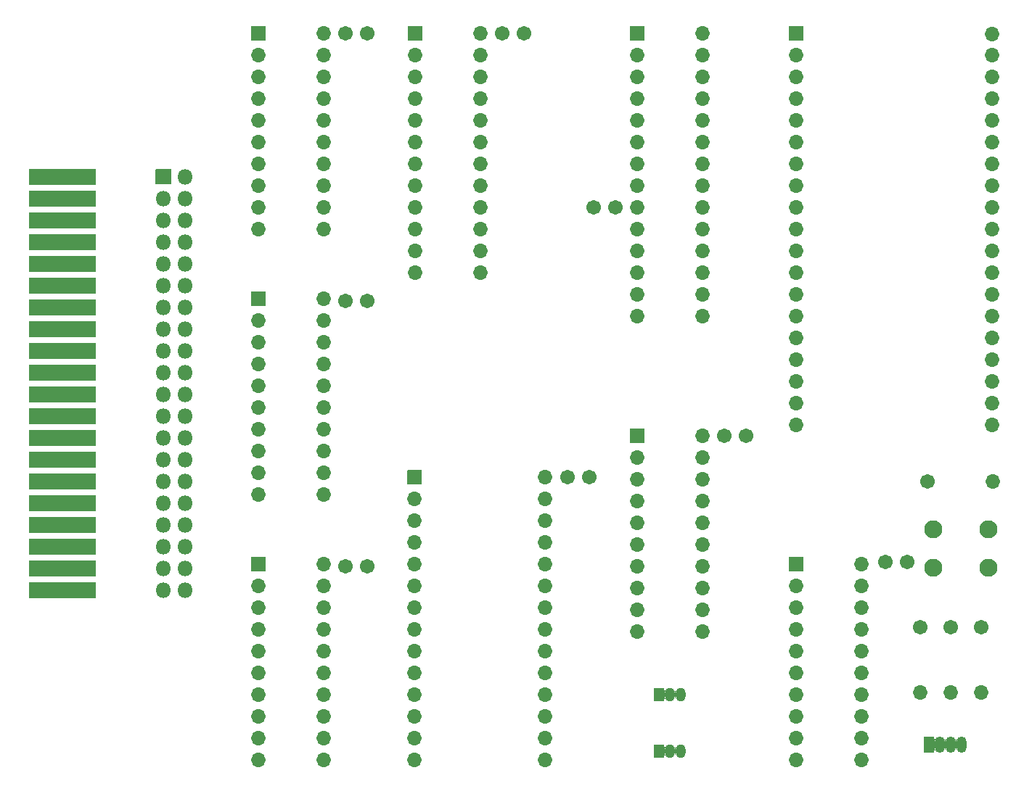
<source format=gbr>
%TF.GenerationSoftware,KiCad,Pcbnew,(5.1.10)-1*%
%TF.CreationDate,2021-06-27T11:46:24-07:00*%
%TF.ProjectId,TRS-IO-M1,5452532d-494f-42d4-9d31-2e6b69636164,rev?*%
%TF.SameCoordinates,Original*%
%TF.FileFunction,Soldermask,Bot*%
%TF.FilePolarity,Negative*%
%FSLAX46Y46*%
G04 Gerber Fmt 4.6, Leading zero omitted, Abs format (unit mm)*
G04 Created by KiCad (PCBNEW (5.1.10)-1) date 2021-06-27 11:46:24*
%MOMM*%
%LPD*%
G01*
G04 APERTURE LIST*
%ADD10O,1.702000X1.702000*%
%ADD11C,2.102000*%
%ADD12C,1.702000*%
%ADD13O,1.152000X1.602000*%
%ADD14O,1.802000X1.802000*%
%ADD15O,1.172000X1.902000*%
%ADD16C,0.100000*%
G04 APERTURE END LIST*
D10*
%TO.C,U9*%
X181737000Y-99009200D03*
X174117000Y-121869200D03*
X181737000Y-101549200D03*
X174117000Y-119329200D03*
X181737000Y-104089200D03*
X174117000Y-116789200D03*
X181737000Y-106629200D03*
X174117000Y-114249200D03*
X181737000Y-109169200D03*
X174117000Y-111709200D03*
X181737000Y-111709200D03*
X174117000Y-109169200D03*
X181737000Y-114249200D03*
X174117000Y-106629200D03*
X181737000Y-116789200D03*
X174117000Y-104089200D03*
X181737000Y-119329200D03*
X174117000Y-101549200D03*
X181737000Y-121869200D03*
G36*
G01*
X173266000Y-99809200D02*
X173266000Y-98209200D01*
G75*
G02*
X173317000Y-98158200I51000J0D01*
G01*
X174917000Y-98158200D01*
G75*
G02*
X174968000Y-98209200I0J-51000D01*
G01*
X174968000Y-99809200D01*
G75*
G02*
X174917000Y-99860200I-51000J0D01*
G01*
X173317000Y-99860200D01*
G75*
G02*
X173266000Y-99809200I0J51000D01*
G01*
G37*
%TD*%
%TO.C,U8*%
X155829000Y-52019200D03*
X148209000Y-79959200D03*
X155829000Y-54559200D03*
X148209000Y-77419200D03*
X155829000Y-57099200D03*
X148209000Y-74879200D03*
X155829000Y-59639200D03*
X148209000Y-72339200D03*
X155829000Y-62179200D03*
X148209000Y-69799200D03*
X155829000Y-64719200D03*
X148209000Y-67259200D03*
X155829000Y-67259200D03*
X148209000Y-64719200D03*
X155829000Y-69799200D03*
X148209000Y-62179200D03*
X155829000Y-72339200D03*
X148209000Y-59639200D03*
X155829000Y-74879200D03*
X148209000Y-57099200D03*
X155829000Y-77419200D03*
X148209000Y-54559200D03*
X155829000Y-79959200D03*
G36*
G01*
X147358000Y-52819200D02*
X147358000Y-51219200D01*
G75*
G02*
X147409000Y-51168200I51000J0D01*
G01*
X149009000Y-51168200D01*
G75*
G02*
X149060000Y-51219200I0J-51000D01*
G01*
X149060000Y-52819200D01*
G75*
G02*
X149009000Y-52870200I-51000J0D01*
G01*
X147409000Y-52870200D01*
G75*
G02*
X147358000Y-52819200I0J51000D01*
G01*
G37*
%TD*%
%TO.C,U7*%
X200279000Y-113995200D03*
X192659000Y-136855200D03*
X200279000Y-116535200D03*
X192659000Y-134315200D03*
X200279000Y-119075200D03*
X192659000Y-131775200D03*
X200279000Y-121615200D03*
X192659000Y-129235200D03*
X200279000Y-124155200D03*
X192659000Y-126695200D03*
X200279000Y-126695200D03*
X192659000Y-124155200D03*
X200279000Y-129235200D03*
X192659000Y-121615200D03*
X200279000Y-131775200D03*
X192659000Y-119075200D03*
X200279000Y-134315200D03*
X192659000Y-116535200D03*
X200279000Y-136855200D03*
G36*
G01*
X191808000Y-114795200D02*
X191808000Y-113195200D01*
G75*
G02*
X191859000Y-113144200I51000J0D01*
G01*
X193459000Y-113144200D01*
G75*
G02*
X193510000Y-113195200I0J-51000D01*
G01*
X193510000Y-114795200D01*
G75*
G02*
X193459000Y-114846200I-51000J0D01*
G01*
X191859000Y-114846200D01*
G75*
G02*
X191808000Y-114795200I0J51000D01*
G01*
G37*
%TD*%
%TO.C,U6*%
X137541000Y-113995200D03*
X129921000Y-136855200D03*
X137541000Y-116535200D03*
X129921000Y-134315200D03*
X137541000Y-119075200D03*
X129921000Y-131775200D03*
X137541000Y-121615200D03*
X129921000Y-129235200D03*
X137541000Y-124155200D03*
X129921000Y-126695200D03*
X137541000Y-126695200D03*
X129921000Y-124155200D03*
X137541000Y-129235200D03*
X129921000Y-121615200D03*
X137541000Y-131775200D03*
X129921000Y-119075200D03*
X137541000Y-134315200D03*
X129921000Y-116535200D03*
X137541000Y-136855200D03*
G36*
G01*
X129070000Y-114795200D02*
X129070000Y-113195200D01*
G75*
G02*
X129121000Y-113144200I51000J0D01*
G01*
X130721000Y-113144200D01*
G75*
G02*
X130772000Y-113195200I0J-51000D01*
G01*
X130772000Y-114795200D01*
G75*
G02*
X130721000Y-114846200I-51000J0D01*
G01*
X129121000Y-114846200D01*
G75*
G02*
X129070000Y-114795200I0J51000D01*
G01*
G37*
%TD*%
%TO.C,U5*%
X137541000Y-52019200D03*
X129921000Y-74879200D03*
X137541000Y-54559200D03*
X129921000Y-72339200D03*
X137541000Y-57099200D03*
X129921000Y-69799200D03*
X137541000Y-59639200D03*
X129921000Y-67259200D03*
X137541000Y-62179200D03*
X129921000Y-64719200D03*
X137541000Y-64719200D03*
X129921000Y-62179200D03*
X137541000Y-67259200D03*
X129921000Y-59639200D03*
X137541000Y-69799200D03*
X129921000Y-57099200D03*
X137541000Y-72339200D03*
X129921000Y-54559200D03*
X137541000Y-74879200D03*
G36*
G01*
X129070000Y-52819200D02*
X129070000Y-51219200D01*
G75*
G02*
X129121000Y-51168200I51000J0D01*
G01*
X130721000Y-51168200D01*
G75*
G02*
X130772000Y-51219200I0J-51000D01*
G01*
X130772000Y-52819200D01*
G75*
G02*
X130721000Y-52870200I-51000J0D01*
G01*
X129121000Y-52870200D01*
G75*
G02*
X129070000Y-52819200I0J51000D01*
G01*
G37*
%TD*%
%TO.C,U4*%
X137541000Y-83007200D03*
X129921000Y-105867200D03*
X137541000Y-85547200D03*
X129921000Y-103327200D03*
X137541000Y-88087200D03*
X129921000Y-100787200D03*
X137541000Y-90627200D03*
X129921000Y-98247200D03*
X137541000Y-93167200D03*
X129921000Y-95707200D03*
X137541000Y-95707200D03*
X129921000Y-93167200D03*
X137541000Y-98247200D03*
X129921000Y-90627200D03*
X137541000Y-100787200D03*
X129921000Y-88087200D03*
X137541000Y-103327200D03*
X129921000Y-85547200D03*
X137541000Y-105867200D03*
G36*
G01*
X129070000Y-83807200D02*
X129070000Y-82207200D01*
G75*
G02*
X129121000Y-82156200I51000J0D01*
G01*
X130721000Y-82156200D01*
G75*
G02*
X130772000Y-82207200I0J-51000D01*
G01*
X130772000Y-83807200D01*
G75*
G02*
X130721000Y-83858200I-51000J0D01*
G01*
X129121000Y-83858200D01*
G75*
G02*
X129070000Y-83807200I0J51000D01*
G01*
G37*
%TD*%
%TO.C,U3*%
X181737000Y-52019200D03*
X174117000Y-85039200D03*
X181737000Y-54559200D03*
X174117000Y-82499200D03*
X181737000Y-57099200D03*
X174117000Y-79959200D03*
X181737000Y-59639200D03*
X174117000Y-77419200D03*
X181737000Y-62179200D03*
X174117000Y-74879200D03*
X181737000Y-64719200D03*
X174117000Y-72339200D03*
X181737000Y-67259200D03*
X174117000Y-69799200D03*
X181737000Y-69799200D03*
X174117000Y-67259200D03*
X181737000Y-72339200D03*
X174117000Y-64719200D03*
X181737000Y-74879200D03*
X174117000Y-62179200D03*
X181737000Y-77419200D03*
X174117000Y-59639200D03*
X181737000Y-79959200D03*
X174117000Y-57099200D03*
X181737000Y-82499200D03*
X174117000Y-54559200D03*
X181737000Y-85039200D03*
G36*
G01*
X173266000Y-52819200D02*
X173266000Y-51219200D01*
G75*
G02*
X173317000Y-51168200I51000J0D01*
G01*
X174917000Y-51168200D01*
G75*
G02*
X174968000Y-51219200I0J-51000D01*
G01*
X174968000Y-52819200D01*
G75*
G02*
X174917000Y-52870200I-51000J0D01*
G01*
X173317000Y-52870200D01*
G75*
G02*
X173266000Y-52819200I0J51000D01*
G01*
G37*
%TD*%
%TO.C,U2*%
X163399000Y-103845200D03*
X148159000Y-136865200D03*
X163399000Y-106385200D03*
X148159000Y-134325200D03*
X163399000Y-108925200D03*
X148159000Y-131785200D03*
X163399000Y-111465200D03*
X148159000Y-129245200D03*
X163399000Y-114005200D03*
X148159000Y-126705200D03*
X163399000Y-116545200D03*
X148159000Y-124165200D03*
X163399000Y-119085200D03*
X148159000Y-121625200D03*
X163399000Y-121625200D03*
X148159000Y-119085200D03*
X163399000Y-124165200D03*
X148159000Y-116545200D03*
X163399000Y-126705200D03*
X148159000Y-114005200D03*
X163399000Y-129245200D03*
X148159000Y-111465200D03*
X163399000Y-131785200D03*
X148159000Y-108925200D03*
X163399000Y-134325200D03*
X148159000Y-106385200D03*
X163399000Y-136865200D03*
G36*
G01*
X147308000Y-104645200D02*
X147308000Y-103045200D01*
G75*
G02*
X147359000Y-102994200I51000J0D01*
G01*
X148959000Y-102994200D01*
G75*
G02*
X149010000Y-103045200I0J-51000D01*
G01*
X149010000Y-104645200D01*
G75*
G02*
X148959000Y-104696200I-51000J0D01*
G01*
X147359000Y-104696200D01*
G75*
G02*
X147308000Y-104645200I0J51000D01*
G01*
G37*
%TD*%
%TO.C,U1*%
X215519000Y-52082700D03*
X215519000Y-54559200D03*
X192659000Y-97739200D03*
X215519000Y-57099200D03*
X192659000Y-95199200D03*
X215519000Y-59639200D03*
X192659000Y-92659200D03*
X215519000Y-62179200D03*
X192659000Y-90119200D03*
X215519000Y-64719200D03*
X192659000Y-87579200D03*
X215519000Y-67259200D03*
X192659000Y-85039200D03*
X215519000Y-69799200D03*
X192659000Y-82499200D03*
X215519000Y-72339200D03*
X192659000Y-79959200D03*
X215519000Y-74879200D03*
X192659000Y-77419200D03*
X215519000Y-77419200D03*
X192659000Y-74879200D03*
X215519000Y-79959200D03*
X192659000Y-72339200D03*
X215519000Y-82499200D03*
X192659000Y-69799200D03*
X215519000Y-85039200D03*
X192659000Y-67259200D03*
X215519000Y-87579200D03*
X192659000Y-64719200D03*
X215519000Y-90119200D03*
X192659000Y-62179200D03*
X215519000Y-92659200D03*
X192659000Y-59639200D03*
X215519000Y-95199200D03*
X192659000Y-57099200D03*
X215519000Y-97739200D03*
X192659000Y-54559200D03*
G36*
G01*
X191808000Y-52819200D02*
X191808000Y-51219200D01*
G75*
G02*
X191859000Y-51168200I51000J0D01*
G01*
X193459000Y-51168200D01*
G75*
G02*
X193510000Y-51219200I0J-51000D01*
G01*
X193510000Y-52819200D01*
G75*
G02*
X193459000Y-52870200I-51000J0D01*
G01*
X191859000Y-52870200D01*
G75*
G02*
X191808000Y-52819200I0J51000D01*
G01*
G37*
%TD*%
D11*
%TO.C,SW1*%
X215132500Y-109931200D03*
X215132500Y-114431200D03*
X208632500Y-109931200D03*
X208632500Y-114431200D03*
%TD*%
D10*
%TO.C,R4*%
X215582500Y-104343200D03*
D12*
X207962500Y-104343200D03*
%TD*%
D10*
%TO.C,R3*%
X210693000Y-128981200D03*
D12*
X210693000Y-121361200D03*
%TD*%
D10*
%TO.C,R2*%
X214249000Y-128981200D03*
D12*
X214249000Y-121361200D03*
%TD*%
D10*
%TO.C,R1*%
X207137000Y-128981200D03*
D12*
X207137000Y-121361200D03*
%TD*%
%TO.C,Q2*%
G36*
G01*
X176081000Y-129985200D02*
X176081000Y-128485200D01*
G75*
G02*
X176132000Y-128434200I51000J0D01*
G01*
X177182000Y-128434200D01*
G75*
G02*
X177233000Y-128485200I0J-51000D01*
G01*
X177233000Y-129985200D01*
G75*
G02*
X177182000Y-130036200I-51000J0D01*
G01*
X176132000Y-130036200D01*
G75*
G02*
X176081000Y-129985200I0J51000D01*
G01*
G37*
D13*
X179197000Y-129235200D03*
X177927000Y-129235200D03*
%TD*%
%TO.C,Q1*%
G36*
G01*
X176081000Y-136589200D02*
X176081000Y-135089200D01*
G75*
G02*
X176132000Y-135038200I51000J0D01*
G01*
X177182000Y-135038200D01*
G75*
G02*
X177233000Y-135089200I0J-51000D01*
G01*
X177233000Y-136589200D01*
G75*
G02*
X177182000Y-136640200I-51000J0D01*
G01*
X176132000Y-136640200D01*
G75*
G02*
X176081000Y-136589200I0J51000D01*
G01*
G37*
X179197000Y-135839200D03*
X177927000Y-135839200D03*
%TD*%
%TO.C,J2*%
G36*
G01*
X110871000Y-69723200D02*
X103251000Y-69723200D01*
G75*
G02*
X103200000Y-69672200I0J51000D01*
G01*
X103200000Y-67894200D01*
G75*
G02*
X103251000Y-67843200I51000J0D01*
G01*
X110871000Y-67843200D01*
G75*
G02*
X110922000Y-67894200I0J-51000D01*
G01*
X110922000Y-69672200D01*
G75*
G02*
X110871000Y-69723200I-51000J0D01*
G01*
G37*
G36*
G01*
X110871000Y-72263200D02*
X103251000Y-72263200D01*
G75*
G02*
X103200000Y-72212200I0J51000D01*
G01*
X103200000Y-70434200D01*
G75*
G02*
X103251000Y-70383200I51000J0D01*
G01*
X110871000Y-70383200D01*
G75*
G02*
X110922000Y-70434200I0J-51000D01*
G01*
X110922000Y-72212200D01*
G75*
G02*
X110871000Y-72263200I-51000J0D01*
G01*
G37*
G36*
G01*
X110871000Y-74803200D02*
X103251000Y-74803200D01*
G75*
G02*
X103200000Y-74752200I0J51000D01*
G01*
X103200000Y-72974200D01*
G75*
G02*
X103251000Y-72923200I51000J0D01*
G01*
X110871000Y-72923200D01*
G75*
G02*
X110922000Y-72974200I0J-51000D01*
G01*
X110922000Y-74752200D01*
G75*
G02*
X110871000Y-74803200I-51000J0D01*
G01*
G37*
G36*
G01*
X110871000Y-77343200D02*
X103251000Y-77343200D01*
G75*
G02*
X103200000Y-77292200I0J51000D01*
G01*
X103200000Y-75514200D01*
G75*
G02*
X103251000Y-75463200I51000J0D01*
G01*
X110871000Y-75463200D01*
G75*
G02*
X110922000Y-75514200I0J-51000D01*
G01*
X110922000Y-77292200D01*
G75*
G02*
X110871000Y-77343200I-51000J0D01*
G01*
G37*
G36*
G01*
X110871000Y-79883200D02*
X103251000Y-79883200D01*
G75*
G02*
X103200000Y-79832200I0J51000D01*
G01*
X103200000Y-78054200D01*
G75*
G02*
X103251000Y-78003200I51000J0D01*
G01*
X110871000Y-78003200D01*
G75*
G02*
X110922000Y-78054200I0J-51000D01*
G01*
X110922000Y-79832200D01*
G75*
G02*
X110871000Y-79883200I-51000J0D01*
G01*
G37*
G36*
G01*
X110871000Y-82423200D02*
X103251000Y-82423200D01*
G75*
G02*
X103200000Y-82372200I0J51000D01*
G01*
X103200000Y-80594200D01*
G75*
G02*
X103251000Y-80543200I51000J0D01*
G01*
X110871000Y-80543200D01*
G75*
G02*
X110922000Y-80594200I0J-51000D01*
G01*
X110922000Y-82372200D01*
G75*
G02*
X110871000Y-82423200I-51000J0D01*
G01*
G37*
G36*
G01*
X110871000Y-84963200D02*
X103251000Y-84963200D01*
G75*
G02*
X103200000Y-84912200I0J51000D01*
G01*
X103200000Y-83134200D01*
G75*
G02*
X103251000Y-83083200I51000J0D01*
G01*
X110871000Y-83083200D01*
G75*
G02*
X110922000Y-83134200I0J-51000D01*
G01*
X110922000Y-84912200D01*
G75*
G02*
X110871000Y-84963200I-51000J0D01*
G01*
G37*
G36*
G01*
X110871000Y-87503200D02*
X103251000Y-87503200D01*
G75*
G02*
X103200000Y-87452200I0J51000D01*
G01*
X103200000Y-85674200D01*
G75*
G02*
X103251000Y-85623200I51000J0D01*
G01*
X110871000Y-85623200D01*
G75*
G02*
X110922000Y-85674200I0J-51000D01*
G01*
X110922000Y-87452200D01*
G75*
G02*
X110871000Y-87503200I-51000J0D01*
G01*
G37*
G36*
G01*
X110871000Y-90043200D02*
X103251000Y-90043200D01*
G75*
G02*
X103200000Y-89992200I0J51000D01*
G01*
X103200000Y-88214200D01*
G75*
G02*
X103251000Y-88163200I51000J0D01*
G01*
X110871000Y-88163200D01*
G75*
G02*
X110922000Y-88214200I0J-51000D01*
G01*
X110922000Y-89992200D01*
G75*
G02*
X110871000Y-90043200I-51000J0D01*
G01*
G37*
G36*
G01*
X110871000Y-92583200D02*
X103251000Y-92583200D01*
G75*
G02*
X103200000Y-92532200I0J51000D01*
G01*
X103200000Y-90754200D01*
G75*
G02*
X103251000Y-90703200I51000J0D01*
G01*
X110871000Y-90703200D01*
G75*
G02*
X110922000Y-90754200I0J-51000D01*
G01*
X110922000Y-92532200D01*
G75*
G02*
X110871000Y-92583200I-51000J0D01*
G01*
G37*
G36*
G01*
X110871000Y-95123200D02*
X103251000Y-95123200D01*
G75*
G02*
X103200000Y-95072200I0J51000D01*
G01*
X103200000Y-93294200D01*
G75*
G02*
X103251000Y-93243200I51000J0D01*
G01*
X110871000Y-93243200D01*
G75*
G02*
X110922000Y-93294200I0J-51000D01*
G01*
X110922000Y-95072200D01*
G75*
G02*
X110871000Y-95123200I-51000J0D01*
G01*
G37*
G36*
G01*
X110871000Y-97663200D02*
X103251000Y-97663200D01*
G75*
G02*
X103200000Y-97612200I0J51000D01*
G01*
X103200000Y-95834200D01*
G75*
G02*
X103251000Y-95783200I51000J0D01*
G01*
X110871000Y-95783200D01*
G75*
G02*
X110922000Y-95834200I0J-51000D01*
G01*
X110922000Y-97612200D01*
G75*
G02*
X110871000Y-97663200I-51000J0D01*
G01*
G37*
G36*
G01*
X110871000Y-100203200D02*
X103251000Y-100203200D01*
G75*
G02*
X103200000Y-100152200I0J51000D01*
G01*
X103200000Y-98374200D01*
G75*
G02*
X103251000Y-98323200I51000J0D01*
G01*
X110871000Y-98323200D01*
G75*
G02*
X110922000Y-98374200I0J-51000D01*
G01*
X110922000Y-100152200D01*
G75*
G02*
X110871000Y-100203200I-51000J0D01*
G01*
G37*
G36*
G01*
X110871000Y-102743200D02*
X103251000Y-102743200D01*
G75*
G02*
X103200000Y-102692200I0J51000D01*
G01*
X103200000Y-100914200D01*
G75*
G02*
X103251000Y-100863200I51000J0D01*
G01*
X110871000Y-100863200D01*
G75*
G02*
X110922000Y-100914200I0J-51000D01*
G01*
X110922000Y-102692200D01*
G75*
G02*
X110871000Y-102743200I-51000J0D01*
G01*
G37*
G36*
G01*
X110871000Y-105283200D02*
X103251000Y-105283200D01*
G75*
G02*
X103200000Y-105232200I0J51000D01*
G01*
X103200000Y-103454200D01*
G75*
G02*
X103251000Y-103403200I51000J0D01*
G01*
X110871000Y-103403200D01*
G75*
G02*
X110922000Y-103454200I0J-51000D01*
G01*
X110922000Y-105232200D01*
G75*
G02*
X110871000Y-105283200I-51000J0D01*
G01*
G37*
G36*
G01*
X110871000Y-107823200D02*
X103251000Y-107823200D01*
G75*
G02*
X103200000Y-107772200I0J51000D01*
G01*
X103200000Y-105994200D01*
G75*
G02*
X103251000Y-105943200I51000J0D01*
G01*
X110871000Y-105943200D01*
G75*
G02*
X110922000Y-105994200I0J-51000D01*
G01*
X110922000Y-107772200D01*
G75*
G02*
X110871000Y-107823200I-51000J0D01*
G01*
G37*
G36*
G01*
X110871000Y-110363200D02*
X103251000Y-110363200D01*
G75*
G02*
X103200000Y-110312200I0J51000D01*
G01*
X103200000Y-108534200D01*
G75*
G02*
X103251000Y-108483200I51000J0D01*
G01*
X110871000Y-108483200D01*
G75*
G02*
X110922000Y-108534200I0J-51000D01*
G01*
X110922000Y-110312200D01*
G75*
G02*
X110871000Y-110363200I-51000J0D01*
G01*
G37*
G36*
G01*
X110871000Y-112903200D02*
X103251000Y-112903200D01*
G75*
G02*
X103200000Y-112852200I0J51000D01*
G01*
X103200000Y-111074200D01*
G75*
G02*
X103251000Y-111023200I51000J0D01*
G01*
X110871000Y-111023200D01*
G75*
G02*
X110922000Y-111074200I0J-51000D01*
G01*
X110922000Y-112852200D01*
G75*
G02*
X110871000Y-112903200I-51000J0D01*
G01*
G37*
G36*
G01*
X110871000Y-115443200D02*
X103251000Y-115443200D01*
G75*
G02*
X103200000Y-115392200I0J51000D01*
G01*
X103200000Y-113614200D01*
G75*
G02*
X103251000Y-113563200I51000J0D01*
G01*
X110871000Y-113563200D01*
G75*
G02*
X110922000Y-113614200I0J-51000D01*
G01*
X110922000Y-115392200D01*
G75*
G02*
X110871000Y-115443200I-51000J0D01*
G01*
G37*
G36*
G01*
X110871000Y-117983200D02*
X103251000Y-117983200D01*
G75*
G02*
X103200000Y-117932200I0J51000D01*
G01*
X103200000Y-116154200D01*
G75*
G02*
X103251000Y-116103200I51000J0D01*
G01*
X110871000Y-116103200D01*
G75*
G02*
X110922000Y-116154200I0J-51000D01*
G01*
X110922000Y-117932200D01*
G75*
G02*
X110871000Y-117983200I-51000J0D01*
G01*
G37*
%TD*%
D14*
%TO.C,J1*%
X121379000Y-117019200D03*
X118839000Y-117019200D03*
X121379000Y-114479200D03*
X118839000Y-114479200D03*
X121379000Y-111939200D03*
X118839000Y-111939200D03*
X121379000Y-109399200D03*
X118839000Y-109399200D03*
X121379000Y-106859200D03*
X118839000Y-106859200D03*
X121379000Y-104319200D03*
X118839000Y-104319200D03*
X121379000Y-101779200D03*
X118839000Y-101779200D03*
X121379000Y-99239200D03*
X118839000Y-99239200D03*
X121379000Y-96699200D03*
X118839000Y-96699200D03*
X121379000Y-94159200D03*
X118839000Y-94159200D03*
X121379000Y-91619200D03*
X118839000Y-91619200D03*
X121379000Y-89079200D03*
X118839000Y-89079200D03*
X121379000Y-86539200D03*
X118839000Y-86539200D03*
X121379000Y-83999200D03*
X118839000Y-83999200D03*
X121379000Y-81459200D03*
X118839000Y-81459200D03*
X121379000Y-78919200D03*
X118839000Y-78919200D03*
X121379000Y-76379200D03*
X118839000Y-76379200D03*
X121379000Y-73839200D03*
X118839000Y-73839200D03*
X121379000Y-71299200D03*
X118839000Y-71299200D03*
X121379000Y-68759200D03*
G36*
G01*
X117938000Y-69609200D02*
X117938000Y-67909200D01*
G75*
G02*
X117989000Y-67858200I51000J0D01*
G01*
X119689000Y-67858200D01*
G75*
G02*
X119740000Y-67909200I0J-51000D01*
G01*
X119740000Y-69609200D01*
G75*
G02*
X119689000Y-69660200I-51000J0D01*
G01*
X117989000Y-69660200D01*
G75*
G02*
X117938000Y-69609200I0J51000D01*
G01*
G37*
%TD*%
D15*
%TO.C,D1*%
X211963000Y-135077200D03*
X210693000Y-135077200D03*
X209423000Y-135077200D03*
G36*
G01*
X207567000Y-135977200D02*
X207567000Y-134177200D01*
G75*
G02*
X207618000Y-134126200I51000J0D01*
G01*
X208688000Y-134126200D01*
G75*
G02*
X208739000Y-134177200I0J-51000D01*
G01*
X208739000Y-135977200D01*
G75*
G02*
X208688000Y-136028200I-51000J0D01*
G01*
X207618000Y-136028200D01*
G75*
G02*
X207567000Y-135977200I0J51000D01*
G01*
G37*
%TD*%
D12*
%TO.C,C8*%
X160869000Y-52019200D03*
X158369000Y-52019200D03*
%TD*%
%TO.C,C7*%
X142581000Y-52019200D03*
X140081000Y-52019200D03*
%TD*%
%TO.C,C6*%
X142581000Y-114249200D03*
X140081000Y-114249200D03*
%TD*%
%TO.C,C5*%
X205573000Y-113741200D03*
X203073000Y-113741200D03*
%TD*%
%TO.C,C4*%
X142581000Y-83261200D03*
X140081000Y-83261200D03*
%TD*%
%TO.C,C3*%
X169077000Y-72339200D03*
X171577000Y-72339200D03*
%TD*%
%TO.C,C2*%
X186777000Y-99009200D03*
X184277000Y-99009200D03*
%TD*%
%TO.C,C1*%
X168489000Y-103835200D03*
X165989000Y-103835200D03*
%TD*%
D16*
G36*
X177234990Y-135207665D02*
G01*
X177237372Y-135231852D01*
X177244372Y-135254927D01*
X177255737Y-135276191D01*
X177271032Y-135294828D01*
X177289669Y-135310123D01*
X177310933Y-135321488D01*
X177334008Y-135328488D01*
X177357999Y-135330851D01*
X177381990Y-135328488D01*
X177405065Y-135321488D01*
X177426329Y-135310123D01*
X177445005Y-135294796D01*
X177446339Y-135293324D01*
X177448243Y-135292712D01*
X177449725Y-135294055D01*
X177449585Y-135295610D01*
X177396702Y-135394544D01*
X177364038Y-135502224D01*
X177353000Y-135614294D01*
X177353000Y-136064106D01*
X177364038Y-136176177D01*
X177396702Y-136283857D01*
X177449746Y-136383092D01*
X177451836Y-136385638D01*
X177452162Y-136387612D01*
X177450616Y-136388880D01*
X177448876Y-136388321D01*
X177436023Y-136375468D01*
X177415976Y-136362073D01*
X177393702Y-136352847D01*
X177370051Y-136348143D01*
X177345945Y-136348143D01*
X177322295Y-136352848D01*
X177300021Y-136362074D01*
X177279974Y-136375469D01*
X177262927Y-136392516D01*
X177249532Y-136412563D01*
X177240323Y-136434794D01*
X177234978Y-136470833D01*
X177233735Y-136472400D01*
X177231757Y-136472107D01*
X177231000Y-136470540D01*
X177231000Y-135207861D01*
X177232000Y-135206129D01*
X177234000Y-135206129D01*
X177234990Y-135207665D01*
G37*
G36*
X178670621Y-135385440D02*
G01*
X178670591Y-135387268D01*
X178666702Y-135394544D01*
X178634038Y-135502224D01*
X178623000Y-135614294D01*
X178623000Y-136064106D01*
X178634038Y-136176177D01*
X178666702Y-136283857D01*
X178670591Y-136291133D01*
X178670525Y-136293132D01*
X178668762Y-136294075D01*
X178667164Y-136293187D01*
X178657071Y-136278082D01*
X178640024Y-136261035D01*
X178619976Y-136247640D01*
X178597702Y-136238414D01*
X178574052Y-136233710D01*
X178549946Y-136233710D01*
X178526296Y-136238415D01*
X178504022Y-136247641D01*
X178483975Y-136261036D01*
X178466928Y-136278083D01*
X178456836Y-136293187D01*
X178455042Y-136294072D01*
X178453379Y-136292961D01*
X178453409Y-136291133D01*
X178457298Y-136283857D01*
X178489962Y-136176177D01*
X178501000Y-136064105D01*
X178501000Y-135614294D01*
X178489962Y-135502223D01*
X178457298Y-135394543D01*
X178453411Y-135387272D01*
X178453477Y-135385273D01*
X178455240Y-135384330D01*
X178456838Y-135385218D01*
X178466929Y-135400319D01*
X178483976Y-135417366D01*
X178504023Y-135430761D01*
X178526297Y-135439987D01*
X178549947Y-135444691D01*
X178574054Y-135444691D01*
X178597704Y-135439986D01*
X178619978Y-135430760D01*
X178640025Y-135417365D01*
X178657072Y-135400318D01*
X178667164Y-135385214D01*
X178668958Y-135384329D01*
X178670621Y-135385440D01*
G37*
G36*
X208740990Y-134277792D02*
G01*
X208743372Y-134301979D01*
X208750372Y-134325054D01*
X208761737Y-134346318D01*
X208777032Y-134364955D01*
X208795669Y-134380250D01*
X208816933Y-134391615D01*
X208840008Y-134398615D01*
X208863999Y-134400978D01*
X208887990Y-134398615D01*
X208911065Y-134391615D01*
X208932285Y-134380273D01*
X208956241Y-134358560D01*
X208958196Y-134358138D01*
X208959539Y-134359620D01*
X208959130Y-134361311D01*
X208937430Y-134387753D01*
X208883464Y-134488718D01*
X208850230Y-134598273D01*
X208839000Y-134712294D01*
X208839000Y-135442106D01*
X208850230Y-135556128D01*
X208883465Y-135665683D01*
X208937431Y-135766648D01*
X208957830Y-135791504D01*
X208958156Y-135793478D01*
X208956610Y-135794746D01*
X208954870Y-135794187D01*
X208942023Y-135781340D01*
X208921975Y-135767945D01*
X208899702Y-135758719D01*
X208876051Y-135754015D01*
X208851945Y-135754015D01*
X208828295Y-135758720D01*
X208806021Y-135767946D01*
X208785974Y-135781341D01*
X208768927Y-135798388D01*
X208755532Y-135818436D01*
X208746323Y-135840666D01*
X208740978Y-135876705D01*
X208739735Y-135878272D01*
X208737757Y-135877979D01*
X208737000Y-135876412D01*
X208737000Y-134277988D01*
X208738000Y-134276256D01*
X208740000Y-134276256D01*
X208740990Y-134277792D01*
G37*
G36*
X209952832Y-134462097D02*
G01*
X209962928Y-134477207D01*
X209979975Y-134494254D01*
X210000023Y-134507649D01*
X210022297Y-134516876D01*
X210045947Y-134521580D01*
X210070053Y-134521580D01*
X210093703Y-134516876D01*
X210115977Y-134507649D01*
X210136024Y-134494255D01*
X210153071Y-134477208D01*
X210163168Y-134462097D01*
X210164962Y-134461212D01*
X210166625Y-134462323D01*
X210166595Y-134464151D01*
X210153464Y-134488718D01*
X210120230Y-134598273D01*
X210109000Y-134712294D01*
X210109000Y-135442106D01*
X210120230Y-135556128D01*
X210153465Y-135665683D01*
X210166592Y-135690242D01*
X210166526Y-135692241D01*
X210164763Y-135693184D01*
X210163165Y-135692296D01*
X210153073Y-135677192D01*
X210136026Y-135660145D01*
X210115979Y-135646750D01*
X210093705Y-135637524D01*
X210070055Y-135632819D01*
X210045949Y-135632819D01*
X210022299Y-135637523D01*
X210000025Y-135646749D01*
X209979977Y-135660144D01*
X209962930Y-135677191D01*
X209952831Y-135692306D01*
X209951037Y-135693191D01*
X209949374Y-135692080D01*
X209949404Y-135690252D01*
X209962536Y-135665683D01*
X209995770Y-135556128D01*
X210007000Y-135442106D01*
X210007000Y-134712294D01*
X209995770Y-134598272D01*
X209962536Y-134488717D01*
X209949405Y-134464151D01*
X209949471Y-134462152D01*
X209951234Y-134461209D01*
X209952832Y-134462097D01*
G37*
G36*
X211222832Y-134462097D02*
G01*
X211232928Y-134477207D01*
X211249975Y-134494254D01*
X211270023Y-134507649D01*
X211292297Y-134516876D01*
X211315947Y-134521580D01*
X211340053Y-134521580D01*
X211363703Y-134516876D01*
X211385977Y-134507649D01*
X211406024Y-134494255D01*
X211423071Y-134477208D01*
X211433168Y-134462097D01*
X211434962Y-134461212D01*
X211436625Y-134462323D01*
X211436595Y-134464151D01*
X211423464Y-134488718D01*
X211390230Y-134598273D01*
X211379000Y-134712294D01*
X211379000Y-135442106D01*
X211390230Y-135556128D01*
X211423465Y-135665683D01*
X211436592Y-135690242D01*
X211436526Y-135692241D01*
X211434763Y-135693184D01*
X211433165Y-135692296D01*
X211423073Y-135677192D01*
X211406026Y-135660145D01*
X211385979Y-135646750D01*
X211363705Y-135637524D01*
X211340055Y-135632819D01*
X211315949Y-135632819D01*
X211292299Y-135637523D01*
X211270025Y-135646749D01*
X211249977Y-135660144D01*
X211232930Y-135677191D01*
X211222831Y-135692306D01*
X211221037Y-135693191D01*
X211219374Y-135692080D01*
X211219404Y-135690252D01*
X211232536Y-135665683D01*
X211265770Y-135556128D01*
X211277000Y-135442106D01*
X211277000Y-134712294D01*
X211265770Y-134598272D01*
X211232536Y-134488717D01*
X211219405Y-134464151D01*
X211219471Y-134462152D01*
X211221234Y-134461209D01*
X211222832Y-134462097D01*
G37*
G36*
X177234990Y-128603665D02*
G01*
X177237372Y-128627852D01*
X177244372Y-128650927D01*
X177255737Y-128672191D01*
X177271032Y-128690828D01*
X177289669Y-128706123D01*
X177310933Y-128717488D01*
X177334008Y-128724488D01*
X177357999Y-128726851D01*
X177381990Y-128724488D01*
X177405065Y-128717488D01*
X177426329Y-128706123D01*
X177445005Y-128690796D01*
X177446339Y-128689324D01*
X177448243Y-128688712D01*
X177449725Y-128690055D01*
X177449585Y-128691610D01*
X177396702Y-128790544D01*
X177364038Y-128898224D01*
X177353000Y-129010294D01*
X177353000Y-129460106D01*
X177364038Y-129572177D01*
X177396702Y-129679857D01*
X177449746Y-129779092D01*
X177451836Y-129781638D01*
X177452162Y-129783612D01*
X177450616Y-129784880D01*
X177448876Y-129784321D01*
X177436023Y-129771468D01*
X177415976Y-129758073D01*
X177393702Y-129748847D01*
X177370051Y-129744143D01*
X177345945Y-129744143D01*
X177322295Y-129748848D01*
X177300021Y-129758074D01*
X177279974Y-129771469D01*
X177262927Y-129788516D01*
X177249532Y-129808563D01*
X177240323Y-129830794D01*
X177234978Y-129866833D01*
X177233735Y-129868400D01*
X177231757Y-129868107D01*
X177231000Y-129866540D01*
X177231000Y-128603861D01*
X177232000Y-128602129D01*
X177234000Y-128602129D01*
X177234990Y-128603665D01*
G37*
G36*
X178670621Y-128781440D02*
G01*
X178670591Y-128783268D01*
X178666702Y-128790544D01*
X178634038Y-128898224D01*
X178623000Y-129010294D01*
X178623000Y-129460106D01*
X178634038Y-129572177D01*
X178666702Y-129679857D01*
X178670591Y-129687133D01*
X178670525Y-129689132D01*
X178668762Y-129690075D01*
X178667164Y-129689187D01*
X178657071Y-129674082D01*
X178640024Y-129657035D01*
X178619976Y-129643640D01*
X178597702Y-129634414D01*
X178574052Y-129629710D01*
X178549946Y-129629710D01*
X178526296Y-129634415D01*
X178504022Y-129643641D01*
X178483975Y-129657036D01*
X178466928Y-129674083D01*
X178456836Y-129689187D01*
X178455042Y-129690072D01*
X178453379Y-129688961D01*
X178453409Y-129687133D01*
X178457298Y-129679857D01*
X178489962Y-129572177D01*
X178501000Y-129460105D01*
X178501000Y-129010294D01*
X178489962Y-128898223D01*
X178457298Y-128790543D01*
X178453411Y-128783272D01*
X178453477Y-128781273D01*
X178455240Y-128780330D01*
X178456838Y-128781218D01*
X178466929Y-128796319D01*
X178483976Y-128813366D01*
X178504023Y-128826761D01*
X178526297Y-128835987D01*
X178549947Y-128840691D01*
X178574054Y-128840691D01*
X178597704Y-128835986D01*
X178619978Y-128826760D01*
X178640025Y-128813365D01*
X178657072Y-128796318D01*
X178667164Y-128781214D01*
X178668958Y-128780329D01*
X178670621Y-128781440D01*
G37*
M02*

</source>
